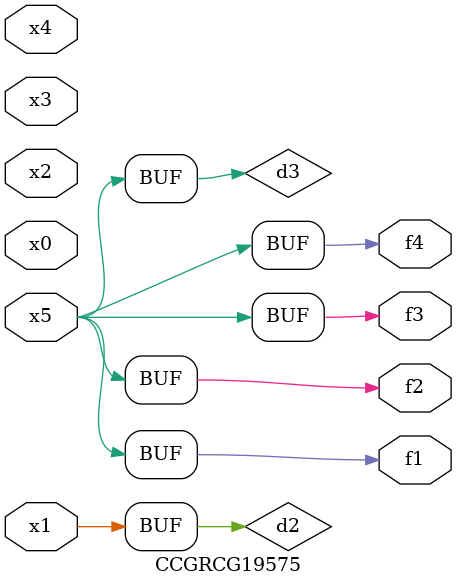
<source format=v>
module CCGRCG19575(
	input x0, x1, x2, x3, x4, x5,
	output f1, f2, f3, f4
);

	wire d1, d2, d3;

	not (d1, x5);
	or (d2, x1);
	xnor (d3, d1);
	assign f1 = d3;
	assign f2 = d3;
	assign f3 = d3;
	assign f4 = d3;
endmodule

</source>
